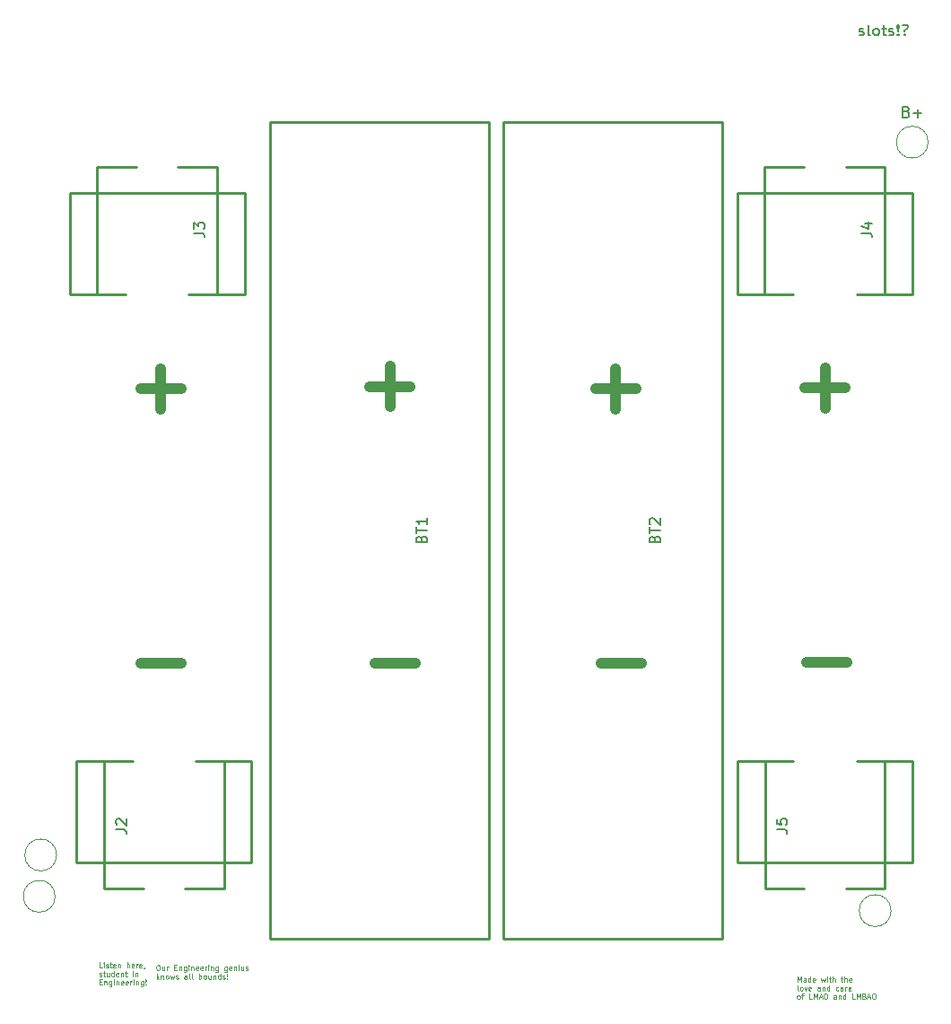
<source format=gbr>
%TF.GenerationSoftware,KiCad,Pcbnew,9.0.0*%
%TF.CreationDate,2025-03-28T16:48:42-07:00*%
%TF.ProjectId,battery_pack_v1,62617474-6572-4795-9f70-61636b5f7631,rev?*%
%TF.SameCoordinates,Original*%
%TF.FileFunction,Legend,Top*%
%TF.FilePolarity,Positive*%
%FSLAX46Y46*%
G04 Gerber Fmt 4.6, Leading zero omitted, Abs format (unit mm)*
G04 Created by KiCad (PCBNEW 9.0.0) date 2025-03-28 16:48:42*
%MOMM*%
%LPD*%
G01*
G04 APERTURE LIST*
%ADD10C,1.000000*%
%ADD11C,0.150000*%
%ADD12C,0.125000*%
%ADD13C,0.250000*%
%ADD14C,0.120000*%
%ADD15C,5.000000*%
%ADD16C,1.850000*%
%ADD17R,3.500000X5.000000*%
%ADD18R,5.500000X5.000000*%
%ADD19C,2.000000*%
%ADD20C,3.300000*%
%ADD21C,2.400000*%
%ADD22O,3.500000X2.500000*%
G04 APERTURE END LIST*
D10*
X122448370Y-76031333D02*
X126257894Y-76031333D01*
X124353132Y-77936095D02*
X124353132Y-74126571D01*
X165848370Y-101931333D02*
X169657894Y-101931333D01*
X165348370Y-76031333D02*
X169157894Y-76031333D01*
X167253132Y-77936095D02*
X167253132Y-74126571D01*
X122448370Y-101931333D02*
X126257894Y-101931333D01*
D11*
X190249160Y-42632200D02*
X190344398Y-42679819D01*
X190344398Y-42679819D02*
X190534874Y-42679819D01*
X190534874Y-42679819D02*
X190630112Y-42632200D01*
X190630112Y-42632200D02*
X190677731Y-42536961D01*
X190677731Y-42536961D02*
X190677731Y-42489342D01*
X190677731Y-42489342D02*
X190630112Y-42394104D01*
X190630112Y-42394104D02*
X190534874Y-42346485D01*
X190534874Y-42346485D02*
X190392017Y-42346485D01*
X190392017Y-42346485D02*
X190296779Y-42298866D01*
X190296779Y-42298866D02*
X190249160Y-42203628D01*
X190249160Y-42203628D02*
X190249160Y-42156009D01*
X190249160Y-42156009D02*
X190296779Y-42060771D01*
X190296779Y-42060771D02*
X190392017Y-42013152D01*
X190392017Y-42013152D02*
X190534874Y-42013152D01*
X190534874Y-42013152D02*
X190630112Y-42060771D01*
X191249160Y-42679819D02*
X191153922Y-42632200D01*
X191153922Y-42632200D02*
X191106303Y-42536961D01*
X191106303Y-42536961D02*
X191106303Y-41679819D01*
X191772970Y-42679819D02*
X191677732Y-42632200D01*
X191677732Y-42632200D02*
X191630113Y-42584580D01*
X191630113Y-42584580D02*
X191582494Y-42489342D01*
X191582494Y-42489342D02*
X191582494Y-42203628D01*
X191582494Y-42203628D02*
X191630113Y-42108390D01*
X191630113Y-42108390D02*
X191677732Y-42060771D01*
X191677732Y-42060771D02*
X191772970Y-42013152D01*
X191772970Y-42013152D02*
X191915827Y-42013152D01*
X191915827Y-42013152D02*
X192011065Y-42060771D01*
X192011065Y-42060771D02*
X192058684Y-42108390D01*
X192058684Y-42108390D02*
X192106303Y-42203628D01*
X192106303Y-42203628D02*
X192106303Y-42489342D01*
X192106303Y-42489342D02*
X192058684Y-42584580D01*
X192058684Y-42584580D02*
X192011065Y-42632200D01*
X192011065Y-42632200D02*
X191915827Y-42679819D01*
X191915827Y-42679819D02*
X191772970Y-42679819D01*
X192392018Y-42013152D02*
X192772970Y-42013152D01*
X192534875Y-41679819D02*
X192534875Y-42536961D01*
X192534875Y-42536961D02*
X192582494Y-42632200D01*
X192582494Y-42632200D02*
X192677732Y-42679819D01*
X192677732Y-42679819D02*
X192772970Y-42679819D01*
X193058685Y-42632200D02*
X193153923Y-42679819D01*
X193153923Y-42679819D02*
X193344399Y-42679819D01*
X193344399Y-42679819D02*
X193439637Y-42632200D01*
X193439637Y-42632200D02*
X193487256Y-42536961D01*
X193487256Y-42536961D02*
X193487256Y-42489342D01*
X193487256Y-42489342D02*
X193439637Y-42394104D01*
X193439637Y-42394104D02*
X193344399Y-42346485D01*
X193344399Y-42346485D02*
X193201542Y-42346485D01*
X193201542Y-42346485D02*
X193106304Y-42298866D01*
X193106304Y-42298866D02*
X193058685Y-42203628D01*
X193058685Y-42203628D02*
X193058685Y-42156009D01*
X193058685Y-42156009D02*
X193106304Y-42060771D01*
X193106304Y-42060771D02*
X193201542Y-42013152D01*
X193201542Y-42013152D02*
X193344399Y-42013152D01*
X193344399Y-42013152D02*
X193439637Y-42060771D01*
X193915828Y-42584580D02*
X193963447Y-42632200D01*
X193963447Y-42632200D02*
X193915828Y-42679819D01*
X193915828Y-42679819D02*
X193868209Y-42632200D01*
X193868209Y-42632200D02*
X193915828Y-42584580D01*
X193915828Y-42584580D02*
X193915828Y-42679819D01*
X193915828Y-42298866D02*
X193868209Y-41727438D01*
X193868209Y-41727438D02*
X193915828Y-41679819D01*
X193915828Y-41679819D02*
X193963447Y-41727438D01*
X193963447Y-41727438D02*
X193915828Y-42298866D01*
X193915828Y-42298866D02*
X193915828Y-41679819D01*
X194534875Y-42584580D02*
X194582494Y-42632200D01*
X194582494Y-42632200D02*
X194534875Y-42679819D01*
X194534875Y-42679819D02*
X194487256Y-42632200D01*
X194487256Y-42632200D02*
X194534875Y-42584580D01*
X194534875Y-42584580D02*
X194534875Y-42679819D01*
X194344399Y-41727438D02*
X194439637Y-41679819D01*
X194439637Y-41679819D02*
X194677732Y-41679819D01*
X194677732Y-41679819D02*
X194772970Y-41727438D01*
X194772970Y-41727438D02*
X194820589Y-41822676D01*
X194820589Y-41822676D02*
X194820589Y-41917914D01*
X194820589Y-41917914D02*
X194772970Y-42013152D01*
X194772970Y-42013152D02*
X194725351Y-42060771D01*
X194725351Y-42060771D02*
X194630113Y-42108390D01*
X194630113Y-42108390D02*
X194582494Y-42156009D01*
X194582494Y-42156009D02*
X194534875Y-42251247D01*
X194534875Y-42251247D02*
X194534875Y-42298866D01*
D12*
X118789378Y-130642365D02*
X118551283Y-130642365D01*
X118551283Y-130642365D02*
X118551283Y-130142365D01*
X118956045Y-130642365D02*
X118956045Y-130309032D01*
X118956045Y-130142365D02*
X118932236Y-130166175D01*
X118932236Y-130166175D02*
X118956045Y-130189984D01*
X118956045Y-130189984D02*
X118979855Y-130166175D01*
X118979855Y-130166175D02*
X118956045Y-130142365D01*
X118956045Y-130142365D02*
X118956045Y-130189984D01*
X119170331Y-130618556D02*
X119217950Y-130642365D01*
X119217950Y-130642365D02*
X119313188Y-130642365D01*
X119313188Y-130642365D02*
X119360807Y-130618556D01*
X119360807Y-130618556D02*
X119384616Y-130570936D01*
X119384616Y-130570936D02*
X119384616Y-130547127D01*
X119384616Y-130547127D02*
X119360807Y-130499508D01*
X119360807Y-130499508D02*
X119313188Y-130475698D01*
X119313188Y-130475698D02*
X119241759Y-130475698D01*
X119241759Y-130475698D02*
X119194140Y-130451889D01*
X119194140Y-130451889D02*
X119170331Y-130404270D01*
X119170331Y-130404270D02*
X119170331Y-130380460D01*
X119170331Y-130380460D02*
X119194140Y-130332841D01*
X119194140Y-130332841D02*
X119241759Y-130309032D01*
X119241759Y-130309032D02*
X119313188Y-130309032D01*
X119313188Y-130309032D02*
X119360807Y-130332841D01*
X119527474Y-130309032D02*
X119717950Y-130309032D01*
X119598902Y-130142365D02*
X119598902Y-130570936D01*
X119598902Y-130570936D02*
X119622712Y-130618556D01*
X119622712Y-130618556D02*
X119670331Y-130642365D01*
X119670331Y-130642365D02*
X119717950Y-130642365D01*
X120075092Y-130618556D02*
X120027473Y-130642365D01*
X120027473Y-130642365D02*
X119932235Y-130642365D01*
X119932235Y-130642365D02*
X119884616Y-130618556D01*
X119884616Y-130618556D02*
X119860807Y-130570936D01*
X119860807Y-130570936D02*
X119860807Y-130380460D01*
X119860807Y-130380460D02*
X119884616Y-130332841D01*
X119884616Y-130332841D02*
X119932235Y-130309032D01*
X119932235Y-130309032D02*
X120027473Y-130309032D01*
X120027473Y-130309032D02*
X120075092Y-130332841D01*
X120075092Y-130332841D02*
X120098902Y-130380460D01*
X120098902Y-130380460D02*
X120098902Y-130428079D01*
X120098902Y-130428079D02*
X119860807Y-130475698D01*
X120313187Y-130309032D02*
X120313187Y-130642365D01*
X120313187Y-130356651D02*
X120336997Y-130332841D01*
X120336997Y-130332841D02*
X120384616Y-130309032D01*
X120384616Y-130309032D02*
X120456044Y-130309032D01*
X120456044Y-130309032D02*
X120503663Y-130332841D01*
X120503663Y-130332841D02*
X120527473Y-130380460D01*
X120527473Y-130380460D02*
X120527473Y-130642365D01*
X121146520Y-130642365D02*
X121146520Y-130142365D01*
X121360806Y-130642365D02*
X121360806Y-130380460D01*
X121360806Y-130380460D02*
X121336996Y-130332841D01*
X121336996Y-130332841D02*
X121289377Y-130309032D01*
X121289377Y-130309032D02*
X121217949Y-130309032D01*
X121217949Y-130309032D02*
X121170330Y-130332841D01*
X121170330Y-130332841D02*
X121146520Y-130356651D01*
X121789377Y-130618556D02*
X121741758Y-130642365D01*
X121741758Y-130642365D02*
X121646520Y-130642365D01*
X121646520Y-130642365D02*
X121598901Y-130618556D01*
X121598901Y-130618556D02*
X121575092Y-130570936D01*
X121575092Y-130570936D02*
X121575092Y-130380460D01*
X121575092Y-130380460D02*
X121598901Y-130332841D01*
X121598901Y-130332841D02*
X121646520Y-130309032D01*
X121646520Y-130309032D02*
X121741758Y-130309032D01*
X121741758Y-130309032D02*
X121789377Y-130332841D01*
X121789377Y-130332841D02*
X121813187Y-130380460D01*
X121813187Y-130380460D02*
X121813187Y-130428079D01*
X121813187Y-130428079D02*
X121575092Y-130475698D01*
X122027472Y-130642365D02*
X122027472Y-130309032D01*
X122027472Y-130404270D02*
X122051282Y-130356651D01*
X122051282Y-130356651D02*
X122075091Y-130332841D01*
X122075091Y-130332841D02*
X122122710Y-130309032D01*
X122122710Y-130309032D02*
X122170329Y-130309032D01*
X122527472Y-130618556D02*
X122479853Y-130642365D01*
X122479853Y-130642365D02*
X122384615Y-130642365D01*
X122384615Y-130642365D02*
X122336996Y-130618556D01*
X122336996Y-130618556D02*
X122313187Y-130570936D01*
X122313187Y-130570936D02*
X122313187Y-130380460D01*
X122313187Y-130380460D02*
X122336996Y-130332841D01*
X122336996Y-130332841D02*
X122384615Y-130309032D01*
X122384615Y-130309032D02*
X122479853Y-130309032D01*
X122479853Y-130309032D02*
X122527472Y-130332841D01*
X122527472Y-130332841D02*
X122551282Y-130380460D01*
X122551282Y-130380460D02*
X122551282Y-130428079D01*
X122551282Y-130428079D02*
X122313187Y-130475698D01*
X122789377Y-130618556D02*
X122789377Y-130642365D01*
X122789377Y-130642365D02*
X122765567Y-130689984D01*
X122765567Y-130689984D02*
X122741758Y-130713794D01*
X118527474Y-131423528D02*
X118575093Y-131447337D01*
X118575093Y-131447337D02*
X118670331Y-131447337D01*
X118670331Y-131447337D02*
X118717950Y-131423528D01*
X118717950Y-131423528D02*
X118741759Y-131375908D01*
X118741759Y-131375908D02*
X118741759Y-131352099D01*
X118741759Y-131352099D02*
X118717950Y-131304480D01*
X118717950Y-131304480D02*
X118670331Y-131280670D01*
X118670331Y-131280670D02*
X118598902Y-131280670D01*
X118598902Y-131280670D02*
X118551283Y-131256861D01*
X118551283Y-131256861D02*
X118527474Y-131209242D01*
X118527474Y-131209242D02*
X118527474Y-131185432D01*
X118527474Y-131185432D02*
X118551283Y-131137813D01*
X118551283Y-131137813D02*
X118598902Y-131114004D01*
X118598902Y-131114004D02*
X118670331Y-131114004D01*
X118670331Y-131114004D02*
X118717950Y-131137813D01*
X118884617Y-131114004D02*
X119075093Y-131114004D01*
X118956045Y-130947337D02*
X118956045Y-131375908D01*
X118956045Y-131375908D02*
X118979855Y-131423528D01*
X118979855Y-131423528D02*
X119027474Y-131447337D01*
X119027474Y-131447337D02*
X119075093Y-131447337D01*
X119456045Y-131114004D02*
X119456045Y-131447337D01*
X119241759Y-131114004D02*
X119241759Y-131375908D01*
X119241759Y-131375908D02*
X119265569Y-131423528D01*
X119265569Y-131423528D02*
X119313188Y-131447337D01*
X119313188Y-131447337D02*
X119384616Y-131447337D01*
X119384616Y-131447337D02*
X119432235Y-131423528D01*
X119432235Y-131423528D02*
X119456045Y-131399718D01*
X119908426Y-131447337D02*
X119908426Y-130947337D01*
X119908426Y-131423528D02*
X119860807Y-131447337D01*
X119860807Y-131447337D02*
X119765569Y-131447337D01*
X119765569Y-131447337D02*
X119717950Y-131423528D01*
X119717950Y-131423528D02*
X119694140Y-131399718D01*
X119694140Y-131399718D02*
X119670331Y-131352099D01*
X119670331Y-131352099D02*
X119670331Y-131209242D01*
X119670331Y-131209242D02*
X119694140Y-131161623D01*
X119694140Y-131161623D02*
X119717950Y-131137813D01*
X119717950Y-131137813D02*
X119765569Y-131114004D01*
X119765569Y-131114004D02*
X119860807Y-131114004D01*
X119860807Y-131114004D02*
X119908426Y-131137813D01*
X120336997Y-131423528D02*
X120289378Y-131447337D01*
X120289378Y-131447337D02*
X120194140Y-131447337D01*
X120194140Y-131447337D02*
X120146521Y-131423528D01*
X120146521Y-131423528D02*
X120122712Y-131375908D01*
X120122712Y-131375908D02*
X120122712Y-131185432D01*
X120122712Y-131185432D02*
X120146521Y-131137813D01*
X120146521Y-131137813D02*
X120194140Y-131114004D01*
X120194140Y-131114004D02*
X120289378Y-131114004D01*
X120289378Y-131114004D02*
X120336997Y-131137813D01*
X120336997Y-131137813D02*
X120360807Y-131185432D01*
X120360807Y-131185432D02*
X120360807Y-131233051D01*
X120360807Y-131233051D02*
X120122712Y-131280670D01*
X120575092Y-131114004D02*
X120575092Y-131447337D01*
X120575092Y-131161623D02*
X120598902Y-131137813D01*
X120598902Y-131137813D02*
X120646521Y-131114004D01*
X120646521Y-131114004D02*
X120717949Y-131114004D01*
X120717949Y-131114004D02*
X120765568Y-131137813D01*
X120765568Y-131137813D02*
X120789378Y-131185432D01*
X120789378Y-131185432D02*
X120789378Y-131447337D01*
X120956045Y-131114004D02*
X121146521Y-131114004D01*
X121027473Y-130947337D02*
X121027473Y-131375908D01*
X121027473Y-131375908D02*
X121051283Y-131423528D01*
X121051283Y-131423528D02*
X121098902Y-131447337D01*
X121098902Y-131447337D02*
X121146521Y-131447337D01*
X121694139Y-131447337D02*
X121694139Y-131114004D01*
X121694139Y-130947337D02*
X121670330Y-130971147D01*
X121670330Y-130971147D02*
X121694139Y-130994956D01*
X121694139Y-130994956D02*
X121717949Y-130971147D01*
X121717949Y-130971147D02*
X121694139Y-130947337D01*
X121694139Y-130947337D02*
X121694139Y-130994956D01*
X121932234Y-131114004D02*
X121932234Y-131447337D01*
X121932234Y-131161623D02*
X121956044Y-131137813D01*
X121956044Y-131137813D02*
X122003663Y-131114004D01*
X122003663Y-131114004D02*
X122075091Y-131114004D01*
X122075091Y-131114004D02*
X122122710Y-131137813D01*
X122122710Y-131137813D02*
X122146520Y-131185432D01*
X122146520Y-131185432D02*
X122146520Y-131447337D01*
X118551283Y-131990404D02*
X118717950Y-131990404D01*
X118789378Y-132252309D02*
X118551283Y-132252309D01*
X118551283Y-132252309D02*
X118551283Y-131752309D01*
X118551283Y-131752309D02*
X118789378Y-131752309D01*
X119003664Y-131918976D02*
X119003664Y-132252309D01*
X119003664Y-131966595D02*
X119027474Y-131942785D01*
X119027474Y-131942785D02*
X119075093Y-131918976D01*
X119075093Y-131918976D02*
X119146521Y-131918976D01*
X119146521Y-131918976D02*
X119194140Y-131942785D01*
X119194140Y-131942785D02*
X119217950Y-131990404D01*
X119217950Y-131990404D02*
X119217950Y-132252309D01*
X119670331Y-131918976D02*
X119670331Y-132323738D01*
X119670331Y-132323738D02*
X119646521Y-132371357D01*
X119646521Y-132371357D02*
X119622712Y-132395166D01*
X119622712Y-132395166D02*
X119575093Y-132418976D01*
X119575093Y-132418976D02*
X119503664Y-132418976D01*
X119503664Y-132418976D02*
X119456045Y-132395166D01*
X119670331Y-132228500D02*
X119622712Y-132252309D01*
X119622712Y-132252309D02*
X119527474Y-132252309D01*
X119527474Y-132252309D02*
X119479855Y-132228500D01*
X119479855Y-132228500D02*
X119456045Y-132204690D01*
X119456045Y-132204690D02*
X119432236Y-132157071D01*
X119432236Y-132157071D02*
X119432236Y-132014214D01*
X119432236Y-132014214D02*
X119456045Y-131966595D01*
X119456045Y-131966595D02*
X119479855Y-131942785D01*
X119479855Y-131942785D02*
X119527474Y-131918976D01*
X119527474Y-131918976D02*
X119622712Y-131918976D01*
X119622712Y-131918976D02*
X119670331Y-131942785D01*
X119908426Y-132252309D02*
X119908426Y-131918976D01*
X119908426Y-131752309D02*
X119884617Y-131776119D01*
X119884617Y-131776119D02*
X119908426Y-131799928D01*
X119908426Y-131799928D02*
X119932236Y-131776119D01*
X119932236Y-131776119D02*
X119908426Y-131752309D01*
X119908426Y-131752309D02*
X119908426Y-131799928D01*
X120146521Y-131918976D02*
X120146521Y-132252309D01*
X120146521Y-131966595D02*
X120170331Y-131942785D01*
X120170331Y-131942785D02*
X120217950Y-131918976D01*
X120217950Y-131918976D02*
X120289378Y-131918976D01*
X120289378Y-131918976D02*
X120336997Y-131942785D01*
X120336997Y-131942785D02*
X120360807Y-131990404D01*
X120360807Y-131990404D02*
X120360807Y-132252309D01*
X120789378Y-132228500D02*
X120741759Y-132252309D01*
X120741759Y-132252309D02*
X120646521Y-132252309D01*
X120646521Y-132252309D02*
X120598902Y-132228500D01*
X120598902Y-132228500D02*
X120575093Y-132180880D01*
X120575093Y-132180880D02*
X120575093Y-131990404D01*
X120575093Y-131990404D02*
X120598902Y-131942785D01*
X120598902Y-131942785D02*
X120646521Y-131918976D01*
X120646521Y-131918976D02*
X120741759Y-131918976D01*
X120741759Y-131918976D02*
X120789378Y-131942785D01*
X120789378Y-131942785D02*
X120813188Y-131990404D01*
X120813188Y-131990404D02*
X120813188Y-132038023D01*
X120813188Y-132038023D02*
X120575093Y-132085642D01*
X121217949Y-132228500D02*
X121170330Y-132252309D01*
X121170330Y-132252309D02*
X121075092Y-132252309D01*
X121075092Y-132252309D02*
X121027473Y-132228500D01*
X121027473Y-132228500D02*
X121003664Y-132180880D01*
X121003664Y-132180880D02*
X121003664Y-131990404D01*
X121003664Y-131990404D02*
X121027473Y-131942785D01*
X121027473Y-131942785D02*
X121075092Y-131918976D01*
X121075092Y-131918976D02*
X121170330Y-131918976D01*
X121170330Y-131918976D02*
X121217949Y-131942785D01*
X121217949Y-131942785D02*
X121241759Y-131990404D01*
X121241759Y-131990404D02*
X121241759Y-132038023D01*
X121241759Y-132038023D02*
X121003664Y-132085642D01*
X121456044Y-132252309D02*
X121456044Y-131918976D01*
X121456044Y-132014214D02*
X121479854Y-131966595D01*
X121479854Y-131966595D02*
X121503663Y-131942785D01*
X121503663Y-131942785D02*
X121551282Y-131918976D01*
X121551282Y-131918976D02*
X121598901Y-131918976D01*
X121765568Y-132252309D02*
X121765568Y-131918976D01*
X121765568Y-131752309D02*
X121741759Y-131776119D01*
X121741759Y-131776119D02*
X121765568Y-131799928D01*
X121765568Y-131799928D02*
X121789378Y-131776119D01*
X121789378Y-131776119D02*
X121765568Y-131752309D01*
X121765568Y-131752309D02*
X121765568Y-131799928D01*
X122003663Y-131918976D02*
X122003663Y-132252309D01*
X122003663Y-131966595D02*
X122027473Y-131942785D01*
X122027473Y-131942785D02*
X122075092Y-131918976D01*
X122075092Y-131918976D02*
X122146520Y-131918976D01*
X122146520Y-131918976D02*
X122194139Y-131942785D01*
X122194139Y-131942785D02*
X122217949Y-131990404D01*
X122217949Y-131990404D02*
X122217949Y-132252309D01*
X122670330Y-131918976D02*
X122670330Y-132323738D01*
X122670330Y-132323738D02*
X122646520Y-132371357D01*
X122646520Y-132371357D02*
X122622711Y-132395166D01*
X122622711Y-132395166D02*
X122575092Y-132418976D01*
X122575092Y-132418976D02*
X122503663Y-132418976D01*
X122503663Y-132418976D02*
X122456044Y-132395166D01*
X122670330Y-132228500D02*
X122622711Y-132252309D01*
X122622711Y-132252309D02*
X122527473Y-132252309D01*
X122527473Y-132252309D02*
X122479854Y-132228500D01*
X122479854Y-132228500D02*
X122456044Y-132204690D01*
X122456044Y-132204690D02*
X122432235Y-132157071D01*
X122432235Y-132157071D02*
X122432235Y-132014214D01*
X122432235Y-132014214D02*
X122456044Y-131966595D01*
X122456044Y-131966595D02*
X122479854Y-131942785D01*
X122479854Y-131942785D02*
X122527473Y-131918976D01*
X122527473Y-131918976D02*
X122622711Y-131918976D01*
X122622711Y-131918976D02*
X122670330Y-131942785D01*
X122908425Y-132204690D02*
X122932235Y-132228500D01*
X122932235Y-132228500D02*
X122908425Y-132252309D01*
X122908425Y-132252309D02*
X122884616Y-132228500D01*
X122884616Y-132228500D02*
X122908425Y-132204690D01*
X122908425Y-132204690D02*
X122908425Y-132252309D01*
X122908425Y-132061833D02*
X122884616Y-131776119D01*
X122884616Y-131776119D02*
X122908425Y-131752309D01*
X122908425Y-131752309D02*
X122932235Y-131776119D01*
X122932235Y-131776119D02*
X122908425Y-132061833D01*
X122908425Y-132061833D02*
X122908425Y-131752309D01*
X124046521Y-130377337D02*
X124141759Y-130377337D01*
X124141759Y-130377337D02*
X124189378Y-130401147D01*
X124189378Y-130401147D02*
X124236997Y-130448766D01*
X124236997Y-130448766D02*
X124260807Y-130544004D01*
X124260807Y-130544004D02*
X124260807Y-130710670D01*
X124260807Y-130710670D02*
X124236997Y-130805908D01*
X124236997Y-130805908D02*
X124189378Y-130853528D01*
X124189378Y-130853528D02*
X124141759Y-130877337D01*
X124141759Y-130877337D02*
X124046521Y-130877337D01*
X124046521Y-130877337D02*
X123998902Y-130853528D01*
X123998902Y-130853528D02*
X123951283Y-130805908D01*
X123951283Y-130805908D02*
X123927474Y-130710670D01*
X123927474Y-130710670D02*
X123927474Y-130544004D01*
X123927474Y-130544004D02*
X123951283Y-130448766D01*
X123951283Y-130448766D02*
X123998902Y-130401147D01*
X123998902Y-130401147D02*
X124046521Y-130377337D01*
X124689379Y-130544004D02*
X124689379Y-130877337D01*
X124475093Y-130544004D02*
X124475093Y-130805908D01*
X124475093Y-130805908D02*
X124498903Y-130853528D01*
X124498903Y-130853528D02*
X124546522Y-130877337D01*
X124546522Y-130877337D02*
X124617950Y-130877337D01*
X124617950Y-130877337D02*
X124665569Y-130853528D01*
X124665569Y-130853528D02*
X124689379Y-130829718D01*
X124927474Y-130877337D02*
X124927474Y-130544004D01*
X124927474Y-130639242D02*
X124951284Y-130591623D01*
X124951284Y-130591623D02*
X124975093Y-130567813D01*
X124975093Y-130567813D02*
X125022712Y-130544004D01*
X125022712Y-130544004D02*
X125070331Y-130544004D01*
X125617950Y-130615432D02*
X125784617Y-130615432D01*
X125856045Y-130877337D02*
X125617950Y-130877337D01*
X125617950Y-130877337D02*
X125617950Y-130377337D01*
X125617950Y-130377337D02*
X125856045Y-130377337D01*
X126070331Y-130544004D02*
X126070331Y-130877337D01*
X126070331Y-130591623D02*
X126094141Y-130567813D01*
X126094141Y-130567813D02*
X126141760Y-130544004D01*
X126141760Y-130544004D02*
X126213188Y-130544004D01*
X126213188Y-130544004D02*
X126260807Y-130567813D01*
X126260807Y-130567813D02*
X126284617Y-130615432D01*
X126284617Y-130615432D02*
X126284617Y-130877337D01*
X126736998Y-130544004D02*
X126736998Y-130948766D01*
X126736998Y-130948766D02*
X126713188Y-130996385D01*
X126713188Y-130996385D02*
X126689379Y-131020194D01*
X126689379Y-131020194D02*
X126641760Y-131044004D01*
X126641760Y-131044004D02*
X126570331Y-131044004D01*
X126570331Y-131044004D02*
X126522712Y-131020194D01*
X126736998Y-130853528D02*
X126689379Y-130877337D01*
X126689379Y-130877337D02*
X126594141Y-130877337D01*
X126594141Y-130877337D02*
X126546522Y-130853528D01*
X126546522Y-130853528D02*
X126522712Y-130829718D01*
X126522712Y-130829718D02*
X126498903Y-130782099D01*
X126498903Y-130782099D02*
X126498903Y-130639242D01*
X126498903Y-130639242D02*
X126522712Y-130591623D01*
X126522712Y-130591623D02*
X126546522Y-130567813D01*
X126546522Y-130567813D02*
X126594141Y-130544004D01*
X126594141Y-130544004D02*
X126689379Y-130544004D01*
X126689379Y-130544004D02*
X126736998Y-130567813D01*
X126975093Y-130877337D02*
X126975093Y-130544004D01*
X126975093Y-130377337D02*
X126951284Y-130401147D01*
X126951284Y-130401147D02*
X126975093Y-130424956D01*
X126975093Y-130424956D02*
X126998903Y-130401147D01*
X126998903Y-130401147D02*
X126975093Y-130377337D01*
X126975093Y-130377337D02*
X126975093Y-130424956D01*
X127213188Y-130544004D02*
X127213188Y-130877337D01*
X127213188Y-130591623D02*
X127236998Y-130567813D01*
X127236998Y-130567813D02*
X127284617Y-130544004D01*
X127284617Y-130544004D02*
X127356045Y-130544004D01*
X127356045Y-130544004D02*
X127403664Y-130567813D01*
X127403664Y-130567813D02*
X127427474Y-130615432D01*
X127427474Y-130615432D02*
X127427474Y-130877337D01*
X127856045Y-130853528D02*
X127808426Y-130877337D01*
X127808426Y-130877337D02*
X127713188Y-130877337D01*
X127713188Y-130877337D02*
X127665569Y-130853528D01*
X127665569Y-130853528D02*
X127641760Y-130805908D01*
X127641760Y-130805908D02*
X127641760Y-130615432D01*
X127641760Y-130615432D02*
X127665569Y-130567813D01*
X127665569Y-130567813D02*
X127713188Y-130544004D01*
X127713188Y-130544004D02*
X127808426Y-130544004D01*
X127808426Y-130544004D02*
X127856045Y-130567813D01*
X127856045Y-130567813D02*
X127879855Y-130615432D01*
X127879855Y-130615432D02*
X127879855Y-130663051D01*
X127879855Y-130663051D02*
X127641760Y-130710670D01*
X128284616Y-130853528D02*
X128236997Y-130877337D01*
X128236997Y-130877337D02*
X128141759Y-130877337D01*
X128141759Y-130877337D02*
X128094140Y-130853528D01*
X128094140Y-130853528D02*
X128070331Y-130805908D01*
X128070331Y-130805908D02*
X128070331Y-130615432D01*
X128070331Y-130615432D02*
X128094140Y-130567813D01*
X128094140Y-130567813D02*
X128141759Y-130544004D01*
X128141759Y-130544004D02*
X128236997Y-130544004D01*
X128236997Y-130544004D02*
X128284616Y-130567813D01*
X128284616Y-130567813D02*
X128308426Y-130615432D01*
X128308426Y-130615432D02*
X128308426Y-130663051D01*
X128308426Y-130663051D02*
X128070331Y-130710670D01*
X128522711Y-130877337D02*
X128522711Y-130544004D01*
X128522711Y-130639242D02*
X128546521Y-130591623D01*
X128546521Y-130591623D02*
X128570330Y-130567813D01*
X128570330Y-130567813D02*
X128617949Y-130544004D01*
X128617949Y-130544004D02*
X128665568Y-130544004D01*
X128832235Y-130877337D02*
X128832235Y-130544004D01*
X128832235Y-130377337D02*
X128808426Y-130401147D01*
X128808426Y-130401147D02*
X128832235Y-130424956D01*
X128832235Y-130424956D02*
X128856045Y-130401147D01*
X128856045Y-130401147D02*
X128832235Y-130377337D01*
X128832235Y-130377337D02*
X128832235Y-130424956D01*
X129070330Y-130544004D02*
X129070330Y-130877337D01*
X129070330Y-130591623D02*
X129094140Y-130567813D01*
X129094140Y-130567813D02*
X129141759Y-130544004D01*
X129141759Y-130544004D02*
X129213187Y-130544004D01*
X129213187Y-130544004D02*
X129260806Y-130567813D01*
X129260806Y-130567813D02*
X129284616Y-130615432D01*
X129284616Y-130615432D02*
X129284616Y-130877337D01*
X129736997Y-130544004D02*
X129736997Y-130948766D01*
X129736997Y-130948766D02*
X129713187Y-130996385D01*
X129713187Y-130996385D02*
X129689378Y-131020194D01*
X129689378Y-131020194D02*
X129641759Y-131044004D01*
X129641759Y-131044004D02*
X129570330Y-131044004D01*
X129570330Y-131044004D02*
X129522711Y-131020194D01*
X129736997Y-130853528D02*
X129689378Y-130877337D01*
X129689378Y-130877337D02*
X129594140Y-130877337D01*
X129594140Y-130877337D02*
X129546521Y-130853528D01*
X129546521Y-130853528D02*
X129522711Y-130829718D01*
X129522711Y-130829718D02*
X129498902Y-130782099D01*
X129498902Y-130782099D02*
X129498902Y-130639242D01*
X129498902Y-130639242D02*
X129522711Y-130591623D01*
X129522711Y-130591623D02*
X129546521Y-130567813D01*
X129546521Y-130567813D02*
X129594140Y-130544004D01*
X129594140Y-130544004D02*
X129689378Y-130544004D01*
X129689378Y-130544004D02*
X129736997Y-130567813D01*
X130570330Y-130544004D02*
X130570330Y-130948766D01*
X130570330Y-130948766D02*
X130546520Y-130996385D01*
X130546520Y-130996385D02*
X130522711Y-131020194D01*
X130522711Y-131020194D02*
X130475092Y-131044004D01*
X130475092Y-131044004D02*
X130403663Y-131044004D01*
X130403663Y-131044004D02*
X130356044Y-131020194D01*
X130570330Y-130853528D02*
X130522711Y-130877337D01*
X130522711Y-130877337D02*
X130427473Y-130877337D01*
X130427473Y-130877337D02*
X130379854Y-130853528D01*
X130379854Y-130853528D02*
X130356044Y-130829718D01*
X130356044Y-130829718D02*
X130332235Y-130782099D01*
X130332235Y-130782099D02*
X130332235Y-130639242D01*
X130332235Y-130639242D02*
X130356044Y-130591623D01*
X130356044Y-130591623D02*
X130379854Y-130567813D01*
X130379854Y-130567813D02*
X130427473Y-130544004D01*
X130427473Y-130544004D02*
X130522711Y-130544004D01*
X130522711Y-130544004D02*
X130570330Y-130567813D01*
X130998901Y-130853528D02*
X130951282Y-130877337D01*
X130951282Y-130877337D02*
X130856044Y-130877337D01*
X130856044Y-130877337D02*
X130808425Y-130853528D01*
X130808425Y-130853528D02*
X130784616Y-130805908D01*
X130784616Y-130805908D02*
X130784616Y-130615432D01*
X130784616Y-130615432D02*
X130808425Y-130567813D01*
X130808425Y-130567813D02*
X130856044Y-130544004D01*
X130856044Y-130544004D02*
X130951282Y-130544004D01*
X130951282Y-130544004D02*
X130998901Y-130567813D01*
X130998901Y-130567813D02*
X131022711Y-130615432D01*
X131022711Y-130615432D02*
X131022711Y-130663051D01*
X131022711Y-130663051D02*
X130784616Y-130710670D01*
X131236996Y-130544004D02*
X131236996Y-130877337D01*
X131236996Y-130591623D02*
X131260806Y-130567813D01*
X131260806Y-130567813D02*
X131308425Y-130544004D01*
X131308425Y-130544004D02*
X131379853Y-130544004D01*
X131379853Y-130544004D02*
X131427472Y-130567813D01*
X131427472Y-130567813D02*
X131451282Y-130615432D01*
X131451282Y-130615432D02*
X131451282Y-130877337D01*
X131689377Y-130877337D02*
X131689377Y-130544004D01*
X131689377Y-130377337D02*
X131665568Y-130401147D01*
X131665568Y-130401147D02*
X131689377Y-130424956D01*
X131689377Y-130424956D02*
X131713187Y-130401147D01*
X131713187Y-130401147D02*
X131689377Y-130377337D01*
X131689377Y-130377337D02*
X131689377Y-130424956D01*
X132141758Y-130544004D02*
X132141758Y-130877337D01*
X131927472Y-130544004D02*
X131927472Y-130805908D01*
X131927472Y-130805908D02*
X131951282Y-130853528D01*
X131951282Y-130853528D02*
X131998901Y-130877337D01*
X131998901Y-130877337D02*
X132070329Y-130877337D01*
X132070329Y-130877337D02*
X132117948Y-130853528D01*
X132117948Y-130853528D02*
X132141758Y-130829718D01*
X132356044Y-130853528D02*
X132403663Y-130877337D01*
X132403663Y-130877337D02*
X132498901Y-130877337D01*
X132498901Y-130877337D02*
X132546520Y-130853528D01*
X132546520Y-130853528D02*
X132570329Y-130805908D01*
X132570329Y-130805908D02*
X132570329Y-130782099D01*
X132570329Y-130782099D02*
X132546520Y-130734480D01*
X132546520Y-130734480D02*
X132498901Y-130710670D01*
X132498901Y-130710670D02*
X132427472Y-130710670D01*
X132427472Y-130710670D02*
X132379853Y-130686861D01*
X132379853Y-130686861D02*
X132356044Y-130639242D01*
X132356044Y-130639242D02*
X132356044Y-130615432D01*
X132356044Y-130615432D02*
X132379853Y-130567813D01*
X132379853Y-130567813D02*
X132427472Y-130544004D01*
X132427472Y-130544004D02*
X132498901Y-130544004D01*
X132498901Y-130544004D02*
X132546520Y-130567813D01*
X123951283Y-131682309D02*
X123951283Y-131182309D01*
X123998902Y-131491833D02*
X124141759Y-131682309D01*
X124141759Y-131348976D02*
X123951283Y-131539452D01*
X124356045Y-131348976D02*
X124356045Y-131682309D01*
X124356045Y-131396595D02*
X124379855Y-131372785D01*
X124379855Y-131372785D02*
X124427474Y-131348976D01*
X124427474Y-131348976D02*
X124498902Y-131348976D01*
X124498902Y-131348976D02*
X124546521Y-131372785D01*
X124546521Y-131372785D02*
X124570331Y-131420404D01*
X124570331Y-131420404D02*
X124570331Y-131682309D01*
X124879855Y-131682309D02*
X124832236Y-131658500D01*
X124832236Y-131658500D02*
X124808426Y-131634690D01*
X124808426Y-131634690D02*
X124784617Y-131587071D01*
X124784617Y-131587071D02*
X124784617Y-131444214D01*
X124784617Y-131444214D02*
X124808426Y-131396595D01*
X124808426Y-131396595D02*
X124832236Y-131372785D01*
X124832236Y-131372785D02*
X124879855Y-131348976D01*
X124879855Y-131348976D02*
X124951283Y-131348976D01*
X124951283Y-131348976D02*
X124998902Y-131372785D01*
X124998902Y-131372785D02*
X125022712Y-131396595D01*
X125022712Y-131396595D02*
X125046521Y-131444214D01*
X125046521Y-131444214D02*
X125046521Y-131587071D01*
X125046521Y-131587071D02*
X125022712Y-131634690D01*
X125022712Y-131634690D02*
X124998902Y-131658500D01*
X124998902Y-131658500D02*
X124951283Y-131682309D01*
X124951283Y-131682309D02*
X124879855Y-131682309D01*
X125213188Y-131348976D02*
X125308426Y-131682309D01*
X125308426Y-131682309D02*
X125403664Y-131444214D01*
X125403664Y-131444214D02*
X125498902Y-131682309D01*
X125498902Y-131682309D02*
X125594140Y-131348976D01*
X125760808Y-131658500D02*
X125808427Y-131682309D01*
X125808427Y-131682309D02*
X125903665Y-131682309D01*
X125903665Y-131682309D02*
X125951284Y-131658500D01*
X125951284Y-131658500D02*
X125975093Y-131610880D01*
X125975093Y-131610880D02*
X125975093Y-131587071D01*
X125975093Y-131587071D02*
X125951284Y-131539452D01*
X125951284Y-131539452D02*
X125903665Y-131515642D01*
X125903665Y-131515642D02*
X125832236Y-131515642D01*
X125832236Y-131515642D02*
X125784617Y-131491833D01*
X125784617Y-131491833D02*
X125760808Y-131444214D01*
X125760808Y-131444214D02*
X125760808Y-131420404D01*
X125760808Y-131420404D02*
X125784617Y-131372785D01*
X125784617Y-131372785D02*
X125832236Y-131348976D01*
X125832236Y-131348976D02*
X125903665Y-131348976D01*
X125903665Y-131348976D02*
X125951284Y-131372785D01*
X126784617Y-131682309D02*
X126784617Y-131420404D01*
X126784617Y-131420404D02*
X126760807Y-131372785D01*
X126760807Y-131372785D02*
X126713188Y-131348976D01*
X126713188Y-131348976D02*
X126617950Y-131348976D01*
X126617950Y-131348976D02*
X126570331Y-131372785D01*
X126784617Y-131658500D02*
X126736998Y-131682309D01*
X126736998Y-131682309D02*
X126617950Y-131682309D01*
X126617950Y-131682309D02*
X126570331Y-131658500D01*
X126570331Y-131658500D02*
X126546522Y-131610880D01*
X126546522Y-131610880D02*
X126546522Y-131563261D01*
X126546522Y-131563261D02*
X126570331Y-131515642D01*
X126570331Y-131515642D02*
X126617950Y-131491833D01*
X126617950Y-131491833D02*
X126736998Y-131491833D01*
X126736998Y-131491833D02*
X126784617Y-131468023D01*
X127094141Y-131682309D02*
X127046522Y-131658500D01*
X127046522Y-131658500D02*
X127022712Y-131610880D01*
X127022712Y-131610880D02*
X127022712Y-131182309D01*
X127356046Y-131682309D02*
X127308427Y-131658500D01*
X127308427Y-131658500D02*
X127284617Y-131610880D01*
X127284617Y-131610880D02*
X127284617Y-131182309D01*
X127927474Y-131682309D02*
X127927474Y-131182309D01*
X127927474Y-131372785D02*
X127975093Y-131348976D01*
X127975093Y-131348976D02*
X128070331Y-131348976D01*
X128070331Y-131348976D02*
X128117950Y-131372785D01*
X128117950Y-131372785D02*
X128141760Y-131396595D01*
X128141760Y-131396595D02*
X128165569Y-131444214D01*
X128165569Y-131444214D02*
X128165569Y-131587071D01*
X128165569Y-131587071D02*
X128141760Y-131634690D01*
X128141760Y-131634690D02*
X128117950Y-131658500D01*
X128117950Y-131658500D02*
X128070331Y-131682309D01*
X128070331Y-131682309D02*
X127975093Y-131682309D01*
X127975093Y-131682309D02*
X127927474Y-131658500D01*
X128451284Y-131682309D02*
X128403665Y-131658500D01*
X128403665Y-131658500D02*
X128379855Y-131634690D01*
X128379855Y-131634690D02*
X128356046Y-131587071D01*
X128356046Y-131587071D02*
X128356046Y-131444214D01*
X128356046Y-131444214D02*
X128379855Y-131396595D01*
X128379855Y-131396595D02*
X128403665Y-131372785D01*
X128403665Y-131372785D02*
X128451284Y-131348976D01*
X128451284Y-131348976D02*
X128522712Y-131348976D01*
X128522712Y-131348976D02*
X128570331Y-131372785D01*
X128570331Y-131372785D02*
X128594141Y-131396595D01*
X128594141Y-131396595D02*
X128617950Y-131444214D01*
X128617950Y-131444214D02*
X128617950Y-131587071D01*
X128617950Y-131587071D02*
X128594141Y-131634690D01*
X128594141Y-131634690D02*
X128570331Y-131658500D01*
X128570331Y-131658500D02*
X128522712Y-131682309D01*
X128522712Y-131682309D02*
X128451284Y-131682309D01*
X129046522Y-131348976D02*
X129046522Y-131682309D01*
X128832236Y-131348976D02*
X128832236Y-131610880D01*
X128832236Y-131610880D02*
X128856046Y-131658500D01*
X128856046Y-131658500D02*
X128903665Y-131682309D01*
X128903665Y-131682309D02*
X128975093Y-131682309D01*
X128975093Y-131682309D02*
X129022712Y-131658500D01*
X129022712Y-131658500D02*
X129046522Y-131634690D01*
X129284617Y-131348976D02*
X129284617Y-131682309D01*
X129284617Y-131396595D02*
X129308427Y-131372785D01*
X129308427Y-131372785D02*
X129356046Y-131348976D01*
X129356046Y-131348976D02*
X129427474Y-131348976D01*
X129427474Y-131348976D02*
X129475093Y-131372785D01*
X129475093Y-131372785D02*
X129498903Y-131420404D01*
X129498903Y-131420404D02*
X129498903Y-131682309D01*
X129951284Y-131682309D02*
X129951284Y-131182309D01*
X129951284Y-131658500D02*
X129903665Y-131682309D01*
X129903665Y-131682309D02*
X129808427Y-131682309D01*
X129808427Y-131682309D02*
X129760808Y-131658500D01*
X129760808Y-131658500D02*
X129736998Y-131634690D01*
X129736998Y-131634690D02*
X129713189Y-131587071D01*
X129713189Y-131587071D02*
X129713189Y-131444214D01*
X129713189Y-131444214D02*
X129736998Y-131396595D01*
X129736998Y-131396595D02*
X129760808Y-131372785D01*
X129760808Y-131372785D02*
X129808427Y-131348976D01*
X129808427Y-131348976D02*
X129903665Y-131348976D01*
X129903665Y-131348976D02*
X129951284Y-131372785D01*
X130165570Y-131658500D02*
X130213189Y-131682309D01*
X130213189Y-131682309D02*
X130308427Y-131682309D01*
X130308427Y-131682309D02*
X130356046Y-131658500D01*
X130356046Y-131658500D02*
X130379855Y-131610880D01*
X130379855Y-131610880D02*
X130379855Y-131587071D01*
X130379855Y-131587071D02*
X130356046Y-131539452D01*
X130356046Y-131539452D02*
X130308427Y-131515642D01*
X130308427Y-131515642D02*
X130236998Y-131515642D01*
X130236998Y-131515642D02*
X130189379Y-131491833D01*
X130189379Y-131491833D02*
X130165570Y-131444214D01*
X130165570Y-131444214D02*
X130165570Y-131420404D01*
X130165570Y-131420404D02*
X130189379Y-131372785D01*
X130189379Y-131372785D02*
X130236998Y-131348976D01*
X130236998Y-131348976D02*
X130308427Y-131348976D01*
X130308427Y-131348976D02*
X130356046Y-131372785D01*
X130594141Y-131634690D02*
X130617951Y-131658500D01*
X130617951Y-131658500D02*
X130594141Y-131682309D01*
X130594141Y-131682309D02*
X130570332Y-131658500D01*
X130570332Y-131658500D02*
X130594141Y-131634690D01*
X130594141Y-131634690D02*
X130594141Y-131682309D01*
X130594141Y-131491833D02*
X130570332Y-131206119D01*
X130570332Y-131206119D02*
X130594141Y-131182309D01*
X130594141Y-131182309D02*
X130617951Y-131206119D01*
X130617951Y-131206119D02*
X130594141Y-131491833D01*
X130594141Y-131491833D02*
X130594141Y-131182309D01*
D10*
X144548370Y-101931333D02*
X148357894Y-101931333D01*
X185148370Y-75931333D02*
X188957894Y-75931333D01*
X187053132Y-77836095D02*
X187053132Y-74026571D01*
X185248370Y-101831333D02*
X189057894Y-101831333D01*
X144048370Y-75831333D02*
X147857894Y-75831333D01*
X145953132Y-77736095D02*
X145953132Y-73926571D01*
D12*
X184411283Y-131972365D02*
X184411283Y-131472365D01*
X184411283Y-131472365D02*
X184577950Y-131829508D01*
X184577950Y-131829508D02*
X184744616Y-131472365D01*
X184744616Y-131472365D02*
X184744616Y-131972365D01*
X185196998Y-131972365D02*
X185196998Y-131710460D01*
X185196998Y-131710460D02*
X185173188Y-131662841D01*
X185173188Y-131662841D02*
X185125569Y-131639032D01*
X185125569Y-131639032D02*
X185030331Y-131639032D01*
X185030331Y-131639032D02*
X184982712Y-131662841D01*
X185196998Y-131948556D02*
X185149379Y-131972365D01*
X185149379Y-131972365D02*
X185030331Y-131972365D01*
X185030331Y-131972365D02*
X184982712Y-131948556D01*
X184982712Y-131948556D02*
X184958903Y-131900936D01*
X184958903Y-131900936D02*
X184958903Y-131853317D01*
X184958903Y-131853317D02*
X184982712Y-131805698D01*
X184982712Y-131805698D02*
X185030331Y-131781889D01*
X185030331Y-131781889D02*
X185149379Y-131781889D01*
X185149379Y-131781889D02*
X185196998Y-131758079D01*
X185649379Y-131972365D02*
X185649379Y-131472365D01*
X185649379Y-131948556D02*
X185601760Y-131972365D01*
X185601760Y-131972365D02*
X185506522Y-131972365D01*
X185506522Y-131972365D02*
X185458903Y-131948556D01*
X185458903Y-131948556D02*
X185435093Y-131924746D01*
X185435093Y-131924746D02*
X185411284Y-131877127D01*
X185411284Y-131877127D02*
X185411284Y-131734270D01*
X185411284Y-131734270D02*
X185435093Y-131686651D01*
X185435093Y-131686651D02*
X185458903Y-131662841D01*
X185458903Y-131662841D02*
X185506522Y-131639032D01*
X185506522Y-131639032D02*
X185601760Y-131639032D01*
X185601760Y-131639032D02*
X185649379Y-131662841D01*
X186077950Y-131948556D02*
X186030331Y-131972365D01*
X186030331Y-131972365D02*
X185935093Y-131972365D01*
X185935093Y-131972365D02*
X185887474Y-131948556D01*
X185887474Y-131948556D02*
X185863665Y-131900936D01*
X185863665Y-131900936D02*
X185863665Y-131710460D01*
X185863665Y-131710460D02*
X185887474Y-131662841D01*
X185887474Y-131662841D02*
X185935093Y-131639032D01*
X185935093Y-131639032D02*
X186030331Y-131639032D01*
X186030331Y-131639032D02*
X186077950Y-131662841D01*
X186077950Y-131662841D02*
X186101760Y-131710460D01*
X186101760Y-131710460D02*
X186101760Y-131758079D01*
X186101760Y-131758079D02*
X185863665Y-131805698D01*
X186649378Y-131639032D02*
X186744616Y-131972365D01*
X186744616Y-131972365D02*
X186839854Y-131734270D01*
X186839854Y-131734270D02*
X186935092Y-131972365D01*
X186935092Y-131972365D02*
X187030330Y-131639032D01*
X187220807Y-131972365D02*
X187220807Y-131639032D01*
X187220807Y-131472365D02*
X187196998Y-131496175D01*
X187196998Y-131496175D02*
X187220807Y-131519984D01*
X187220807Y-131519984D02*
X187244617Y-131496175D01*
X187244617Y-131496175D02*
X187220807Y-131472365D01*
X187220807Y-131472365D02*
X187220807Y-131519984D01*
X187387474Y-131639032D02*
X187577950Y-131639032D01*
X187458902Y-131472365D02*
X187458902Y-131900936D01*
X187458902Y-131900936D02*
X187482712Y-131948556D01*
X187482712Y-131948556D02*
X187530331Y-131972365D01*
X187530331Y-131972365D02*
X187577950Y-131972365D01*
X187744616Y-131972365D02*
X187744616Y-131472365D01*
X187958902Y-131972365D02*
X187958902Y-131710460D01*
X187958902Y-131710460D02*
X187935092Y-131662841D01*
X187935092Y-131662841D02*
X187887473Y-131639032D01*
X187887473Y-131639032D02*
X187816045Y-131639032D01*
X187816045Y-131639032D02*
X187768426Y-131662841D01*
X187768426Y-131662841D02*
X187744616Y-131686651D01*
X188506521Y-131639032D02*
X188696997Y-131639032D01*
X188577949Y-131472365D02*
X188577949Y-131900936D01*
X188577949Y-131900936D02*
X188601759Y-131948556D01*
X188601759Y-131948556D02*
X188649378Y-131972365D01*
X188649378Y-131972365D02*
X188696997Y-131972365D01*
X188863663Y-131972365D02*
X188863663Y-131472365D01*
X189077949Y-131972365D02*
X189077949Y-131710460D01*
X189077949Y-131710460D02*
X189054139Y-131662841D01*
X189054139Y-131662841D02*
X189006520Y-131639032D01*
X189006520Y-131639032D02*
X188935092Y-131639032D01*
X188935092Y-131639032D02*
X188887473Y-131662841D01*
X188887473Y-131662841D02*
X188863663Y-131686651D01*
X189506520Y-131948556D02*
X189458901Y-131972365D01*
X189458901Y-131972365D02*
X189363663Y-131972365D01*
X189363663Y-131972365D02*
X189316044Y-131948556D01*
X189316044Y-131948556D02*
X189292235Y-131900936D01*
X189292235Y-131900936D02*
X189292235Y-131710460D01*
X189292235Y-131710460D02*
X189316044Y-131662841D01*
X189316044Y-131662841D02*
X189363663Y-131639032D01*
X189363663Y-131639032D02*
X189458901Y-131639032D01*
X189458901Y-131639032D02*
X189506520Y-131662841D01*
X189506520Y-131662841D02*
X189530330Y-131710460D01*
X189530330Y-131710460D02*
X189530330Y-131758079D01*
X189530330Y-131758079D02*
X189292235Y-131805698D01*
X184482712Y-132777337D02*
X184435093Y-132753528D01*
X184435093Y-132753528D02*
X184411283Y-132705908D01*
X184411283Y-132705908D02*
X184411283Y-132277337D01*
X184744617Y-132777337D02*
X184696998Y-132753528D01*
X184696998Y-132753528D02*
X184673188Y-132729718D01*
X184673188Y-132729718D02*
X184649379Y-132682099D01*
X184649379Y-132682099D02*
X184649379Y-132539242D01*
X184649379Y-132539242D02*
X184673188Y-132491623D01*
X184673188Y-132491623D02*
X184696998Y-132467813D01*
X184696998Y-132467813D02*
X184744617Y-132444004D01*
X184744617Y-132444004D02*
X184816045Y-132444004D01*
X184816045Y-132444004D02*
X184863664Y-132467813D01*
X184863664Y-132467813D02*
X184887474Y-132491623D01*
X184887474Y-132491623D02*
X184911283Y-132539242D01*
X184911283Y-132539242D02*
X184911283Y-132682099D01*
X184911283Y-132682099D02*
X184887474Y-132729718D01*
X184887474Y-132729718D02*
X184863664Y-132753528D01*
X184863664Y-132753528D02*
X184816045Y-132777337D01*
X184816045Y-132777337D02*
X184744617Y-132777337D01*
X185077950Y-132444004D02*
X185196998Y-132777337D01*
X185196998Y-132777337D02*
X185316045Y-132444004D01*
X185696997Y-132753528D02*
X185649378Y-132777337D01*
X185649378Y-132777337D02*
X185554140Y-132777337D01*
X185554140Y-132777337D02*
X185506521Y-132753528D01*
X185506521Y-132753528D02*
X185482712Y-132705908D01*
X185482712Y-132705908D02*
X185482712Y-132515432D01*
X185482712Y-132515432D02*
X185506521Y-132467813D01*
X185506521Y-132467813D02*
X185554140Y-132444004D01*
X185554140Y-132444004D02*
X185649378Y-132444004D01*
X185649378Y-132444004D02*
X185696997Y-132467813D01*
X185696997Y-132467813D02*
X185720807Y-132515432D01*
X185720807Y-132515432D02*
X185720807Y-132563051D01*
X185720807Y-132563051D02*
X185482712Y-132610670D01*
X186530330Y-132777337D02*
X186530330Y-132515432D01*
X186530330Y-132515432D02*
X186506520Y-132467813D01*
X186506520Y-132467813D02*
X186458901Y-132444004D01*
X186458901Y-132444004D02*
X186363663Y-132444004D01*
X186363663Y-132444004D02*
X186316044Y-132467813D01*
X186530330Y-132753528D02*
X186482711Y-132777337D01*
X186482711Y-132777337D02*
X186363663Y-132777337D01*
X186363663Y-132777337D02*
X186316044Y-132753528D01*
X186316044Y-132753528D02*
X186292235Y-132705908D01*
X186292235Y-132705908D02*
X186292235Y-132658289D01*
X186292235Y-132658289D02*
X186316044Y-132610670D01*
X186316044Y-132610670D02*
X186363663Y-132586861D01*
X186363663Y-132586861D02*
X186482711Y-132586861D01*
X186482711Y-132586861D02*
X186530330Y-132563051D01*
X186768425Y-132444004D02*
X186768425Y-132777337D01*
X186768425Y-132491623D02*
X186792235Y-132467813D01*
X186792235Y-132467813D02*
X186839854Y-132444004D01*
X186839854Y-132444004D02*
X186911282Y-132444004D01*
X186911282Y-132444004D02*
X186958901Y-132467813D01*
X186958901Y-132467813D02*
X186982711Y-132515432D01*
X186982711Y-132515432D02*
X186982711Y-132777337D01*
X187435092Y-132777337D02*
X187435092Y-132277337D01*
X187435092Y-132753528D02*
X187387473Y-132777337D01*
X187387473Y-132777337D02*
X187292235Y-132777337D01*
X187292235Y-132777337D02*
X187244616Y-132753528D01*
X187244616Y-132753528D02*
X187220806Y-132729718D01*
X187220806Y-132729718D02*
X187196997Y-132682099D01*
X187196997Y-132682099D02*
X187196997Y-132539242D01*
X187196997Y-132539242D02*
X187220806Y-132491623D01*
X187220806Y-132491623D02*
X187244616Y-132467813D01*
X187244616Y-132467813D02*
X187292235Y-132444004D01*
X187292235Y-132444004D02*
X187387473Y-132444004D01*
X187387473Y-132444004D02*
X187435092Y-132467813D01*
X188268425Y-132753528D02*
X188220806Y-132777337D01*
X188220806Y-132777337D02*
X188125568Y-132777337D01*
X188125568Y-132777337D02*
X188077949Y-132753528D01*
X188077949Y-132753528D02*
X188054139Y-132729718D01*
X188054139Y-132729718D02*
X188030330Y-132682099D01*
X188030330Y-132682099D02*
X188030330Y-132539242D01*
X188030330Y-132539242D02*
X188054139Y-132491623D01*
X188054139Y-132491623D02*
X188077949Y-132467813D01*
X188077949Y-132467813D02*
X188125568Y-132444004D01*
X188125568Y-132444004D02*
X188220806Y-132444004D01*
X188220806Y-132444004D02*
X188268425Y-132467813D01*
X188696996Y-132777337D02*
X188696996Y-132515432D01*
X188696996Y-132515432D02*
X188673186Y-132467813D01*
X188673186Y-132467813D02*
X188625567Y-132444004D01*
X188625567Y-132444004D02*
X188530329Y-132444004D01*
X188530329Y-132444004D02*
X188482710Y-132467813D01*
X188696996Y-132753528D02*
X188649377Y-132777337D01*
X188649377Y-132777337D02*
X188530329Y-132777337D01*
X188530329Y-132777337D02*
X188482710Y-132753528D01*
X188482710Y-132753528D02*
X188458901Y-132705908D01*
X188458901Y-132705908D02*
X188458901Y-132658289D01*
X188458901Y-132658289D02*
X188482710Y-132610670D01*
X188482710Y-132610670D02*
X188530329Y-132586861D01*
X188530329Y-132586861D02*
X188649377Y-132586861D01*
X188649377Y-132586861D02*
X188696996Y-132563051D01*
X188935091Y-132777337D02*
X188935091Y-132444004D01*
X188935091Y-132539242D02*
X188958901Y-132491623D01*
X188958901Y-132491623D02*
X188982710Y-132467813D01*
X188982710Y-132467813D02*
X189030329Y-132444004D01*
X189030329Y-132444004D02*
X189077948Y-132444004D01*
X189435091Y-132753528D02*
X189387472Y-132777337D01*
X189387472Y-132777337D02*
X189292234Y-132777337D01*
X189292234Y-132777337D02*
X189244615Y-132753528D01*
X189244615Y-132753528D02*
X189220806Y-132705908D01*
X189220806Y-132705908D02*
X189220806Y-132515432D01*
X189220806Y-132515432D02*
X189244615Y-132467813D01*
X189244615Y-132467813D02*
X189292234Y-132444004D01*
X189292234Y-132444004D02*
X189387472Y-132444004D01*
X189387472Y-132444004D02*
X189435091Y-132467813D01*
X189435091Y-132467813D02*
X189458901Y-132515432D01*
X189458901Y-132515432D02*
X189458901Y-132563051D01*
X189458901Y-132563051D02*
X189220806Y-132610670D01*
X184482712Y-133582309D02*
X184435093Y-133558500D01*
X184435093Y-133558500D02*
X184411283Y-133534690D01*
X184411283Y-133534690D02*
X184387474Y-133487071D01*
X184387474Y-133487071D02*
X184387474Y-133344214D01*
X184387474Y-133344214D02*
X184411283Y-133296595D01*
X184411283Y-133296595D02*
X184435093Y-133272785D01*
X184435093Y-133272785D02*
X184482712Y-133248976D01*
X184482712Y-133248976D02*
X184554140Y-133248976D01*
X184554140Y-133248976D02*
X184601759Y-133272785D01*
X184601759Y-133272785D02*
X184625569Y-133296595D01*
X184625569Y-133296595D02*
X184649378Y-133344214D01*
X184649378Y-133344214D02*
X184649378Y-133487071D01*
X184649378Y-133487071D02*
X184625569Y-133534690D01*
X184625569Y-133534690D02*
X184601759Y-133558500D01*
X184601759Y-133558500D02*
X184554140Y-133582309D01*
X184554140Y-133582309D02*
X184482712Y-133582309D01*
X184792236Y-133248976D02*
X184982712Y-133248976D01*
X184863664Y-133582309D02*
X184863664Y-133153738D01*
X184863664Y-133153738D02*
X184887474Y-133106119D01*
X184887474Y-133106119D02*
X184935093Y-133082309D01*
X184935093Y-133082309D02*
X184982712Y-133082309D01*
X185768425Y-133582309D02*
X185530330Y-133582309D01*
X185530330Y-133582309D02*
X185530330Y-133082309D01*
X185935092Y-133582309D02*
X185935092Y-133082309D01*
X185935092Y-133082309D02*
X186101759Y-133439452D01*
X186101759Y-133439452D02*
X186268425Y-133082309D01*
X186268425Y-133082309D02*
X186268425Y-133582309D01*
X186482712Y-133439452D02*
X186720807Y-133439452D01*
X186435093Y-133582309D02*
X186601759Y-133082309D01*
X186601759Y-133082309D02*
X186768426Y-133582309D01*
X187030330Y-133082309D02*
X187125568Y-133082309D01*
X187125568Y-133082309D02*
X187173187Y-133106119D01*
X187173187Y-133106119D02*
X187220806Y-133153738D01*
X187220806Y-133153738D02*
X187244616Y-133248976D01*
X187244616Y-133248976D02*
X187244616Y-133415642D01*
X187244616Y-133415642D02*
X187220806Y-133510880D01*
X187220806Y-133510880D02*
X187173187Y-133558500D01*
X187173187Y-133558500D02*
X187125568Y-133582309D01*
X187125568Y-133582309D02*
X187030330Y-133582309D01*
X187030330Y-133582309D02*
X186982711Y-133558500D01*
X186982711Y-133558500D02*
X186935092Y-133510880D01*
X186935092Y-133510880D02*
X186911283Y-133415642D01*
X186911283Y-133415642D02*
X186911283Y-133248976D01*
X186911283Y-133248976D02*
X186935092Y-133153738D01*
X186935092Y-133153738D02*
X186982711Y-133106119D01*
X186982711Y-133106119D02*
X187030330Y-133082309D01*
X188054140Y-133582309D02*
X188054140Y-133320404D01*
X188054140Y-133320404D02*
X188030330Y-133272785D01*
X188030330Y-133272785D02*
X187982711Y-133248976D01*
X187982711Y-133248976D02*
X187887473Y-133248976D01*
X187887473Y-133248976D02*
X187839854Y-133272785D01*
X188054140Y-133558500D02*
X188006521Y-133582309D01*
X188006521Y-133582309D02*
X187887473Y-133582309D01*
X187887473Y-133582309D02*
X187839854Y-133558500D01*
X187839854Y-133558500D02*
X187816045Y-133510880D01*
X187816045Y-133510880D02*
X187816045Y-133463261D01*
X187816045Y-133463261D02*
X187839854Y-133415642D01*
X187839854Y-133415642D02*
X187887473Y-133391833D01*
X187887473Y-133391833D02*
X188006521Y-133391833D01*
X188006521Y-133391833D02*
X188054140Y-133368023D01*
X188292235Y-133248976D02*
X188292235Y-133582309D01*
X188292235Y-133296595D02*
X188316045Y-133272785D01*
X188316045Y-133272785D02*
X188363664Y-133248976D01*
X188363664Y-133248976D02*
X188435092Y-133248976D01*
X188435092Y-133248976D02*
X188482711Y-133272785D01*
X188482711Y-133272785D02*
X188506521Y-133320404D01*
X188506521Y-133320404D02*
X188506521Y-133582309D01*
X188958902Y-133582309D02*
X188958902Y-133082309D01*
X188958902Y-133558500D02*
X188911283Y-133582309D01*
X188911283Y-133582309D02*
X188816045Y-133582309D01*
X188816045Y-133582309D02*
X188768426Y-133558500D01*
X188768426Y-133558500D02*
X188744616Y-133534690D01*
X188744616Y-133534690D02*
X188720807Y-133487071D01*
X188720807Y-133487071D02*
X188720807Y-133344214D01*
X188720807Y-133344214D02*
X188744616Y-133296595D01*
X188744616Y-133296595D02*
X188768426Y-133272785D01*
X188768426Y-133272785D02*
X188816045Y-133248976D01*
X188816045Y-133248976D02*
X188911283Y-133248976D01*
X188911283Y-133248976D02*
X188958902Y-133272785D01*
X189816044Y-133582309D02*
X189577949Y-133582309D01*
X189577949Y-133582309D02*
X189577949Y-133082309D01*
X189982711Y-133582309D02*
X189982711Y-133082309D01*
X189982711Y-133082309D02*
X190149378Y-133439452D01*
X190149378Y-133439452D02*
X190316044Y-133082309D01*
X190316044Y-133082309D02*
X190316044Y-133582309D01*
X190720807Y-133320404D02*
X190792235Y-133344214D01*
X190792235Y-133344214D02*
X190816045Y-133368023D01*
X190816045Y-133368023D02*
X190839854Y-133415642D01*
X190839854Y-133415642D02*
X190839854Y-133487071D01*
X190839854Y-133487071D02*
X190816045Y-133534690D01*
X190816045Y-133534690D02*
X190792235Y-133558500D01*
X190792235Y-133558500D02*
X190744616Y-133582309D01*
X190744616Y-133582309D02*
X190554140Y-133582309D01*
X190554140Y-133582309D02*
X190554140Y-133082309D01*
X190554140Y-133082309D02*
X190720807Y-133082309D01*
X190720807Y-133082309D02*
X190768426Y-133106119D01*
X190768426Y-133106119D02*
X190792235Y-133129928D01*
X190792235Y-133129928D02*
X190816045Y-133177547D01*
X190816045Y-133177547D02*
X190816045Y-133225166D01*
X190816045Y-133225166D02*
X190792235Y-133272785D01*
X190792235Y-133272785D02*
X190768426Y-133296595D01*
X190768426Y-133296595D02*
X190720807Y-133320404D01*
X190720807Y-133320404D02*
X190554140Y-133320404D01*
X191030331Y-133439452D02*
X191268426Y-133439452D01*
X190982712Y-133582309D02*
X191149378Y-133082309D01*
X191149378Y-133082309D02*
X191316045Y-133582309D01*
X191577949Y-133082309D02*
X191673187Y-133082309D01*
X191673187Y-133082309D02*
X191720806Y-133106119D01*
X191720806Y-133106119D02*
X191768425Y-133153738D01*
X191768425Y-133153738D02*
X191792235Y-133248976D01*
X191792235Y-133248976D02*
X191792235Y-133415642D01*
X191792235Y-133415642D02*
X191768425Y-133510880D01*
X191768425Y-133510880D02*
X191720806Y-133558500D01*
X191720806Y-133558500D02*
X191673187Y-133582309D01*
X191673187Y-133582309D02*
X191577949Y-133582309D01*
X191577949Y-133582309D02*
X191530330Y-133558500D01*
X191530330Y-133558500D02*
X191482711Y-133510880D01*
X191482711Y-133510880D02*
X191458902Y-133415642D01*
X191458902Y-133415642D02*
X191458902Y-133248976D01*
X191458902Y-133248976D02*
X191482711Y-133153738D01*
X191482711Y-133153738D02*
X191530330Y-133106119D01*
X191530330Y-133106119D02*
X191577949Y-133082309D01*
D11*
X190454819Y-61333333D02*
X191169104Y-61333333D01*
X191169104Y-61333333D02*
X191311961Y-61380952D01*
X191311961Y-61380952D02*
X191407200Y-61476190D01*
X191407200Y-61476190D02*
X191454819Y-61619047D01*
X191454819Y-61619047D02*
X191454819Y-61714285D01*
X190788152Y-60428571D02*
X191454819Y-60428571D01*
X190407200Y-60666666D02*
X191121485Y-60904761D01*
X191121485Y-60904761D02*
X191121485Y-60285714D01*
X127454819Y-61333333D02*
X128169104Y-61333333D01*
X128169104Y-61333333D02*
X128311961Y-61380952D01*
X128311961Y-61380952D02*
X128407200Y-61476190D01*
X128407200Y-61476190D02*
X128454819Y-61619047D01*
X128454819Y-61619047D02*
X128454819Y-61714285D01*
X127454819Y-60952380D02*
X127454819Y-60333333D01*
X127454819Y-60333333D02*
X127835771Y-60666666D01*
X127835771Y-60666666D02*
X127835771Y-60523809D01*
X127835771Y-60523809D02*
X127883390Y-60428571D01*
X127883390Y-60428571D02*
X127931009Y-60380952D01*
X127931009Y-60380952D02*
X128026247Y-60333333D01*
X128026247Y-60333333D02*
X128264342Y-60333333D01*
X128264342Y-60333333D02*
X128359580Y-60380952D01*
X128359580Y-60380952D02*
X128407200Y-60428571D01*
X128407200Y-60428571D02*
X128454819Y-60523809D01*
X128454819Y-60523809D02*
X128454819Y-60809523D01*
X128454819Y-60809523D02*
X128407200Y-60904761D01*
X128407200Y-60904761D02*
X128359580Y-60952380D01*
X194702381Y-49881009D02*
X194845238Y-49928628D01*
X194845238Y-49928628D02*
X194892857Y-49976247D01*
X194892857Y-49976247D02*
X194940476Y-50071485D01*
X194940476Y-50071485D02*
X194940476Y-50214342D01*
X194940476Y-50214342D02*
X194892857Y-50309580D01*
X194892857Y-50309580D02*
X194845238Y-50357200D01*
X194845238Y-50357200D02*
X194750000Y-50404819D01*
X194750000Y-50404819D02*
X194369048Y-50404819D01*
X194369048Y-50404819D02*
X194369048Y-49404819D01*
X194369048Y-49404819D02*
X194702381Y-49404819D01*
X194702381Y-49404819D02*
X194797619Y-49452438D01*
X194797619Y-49452438D02*
X194845238Y-49500057D01*
X194845238Y-49500057D02*
X194892857Y-49595295D01*
X194892857Y-49595295D02*
X194892857Y-49690533D01*
X194892857Y-49690533D02*
X194845238Y-49785771D01*
X194845238Y-49785771D02*
X194797619Y-49833390D01*
X194797619Y-49833390D02*
X194702381Y-49881009D01*
X194702381Y-49881009D02*
X194369048Y-49881009D01*
X195369048Y-50023866D02*
X196130953Y-50023866D01*
X195750000Y-50404819D02*
X195750000Y-49642914D01*
X148931009Y-90175714D02*
X148978628Y-90032857D01*
X148978628Y-90032857D02*
X149026247Y-89985238D01*
X149026247Y-89985238D02*
X149121485Y-89937619D01*
X149121485Y-89937619D02*
X149264342Y-89937619D01*
X149264342Y-89937619D02*
X149359580Y-89985238D01*
X149359580Y-89985238D02*
X149407200Y-90032857D01*
X149407200Y-90032857D02*
X149454819Y-90128095D01*
X149454819Y-90128095D02*
X149454819Y-90509047D01*
X149454819Y-90509047D02*
X148454819Y-90509047D01*
X148454819Y-90509047D02*
X148454819Y-90175714D01*
X148454819Y-90175714D02*
X148502438Y-90080476D01*
X148502438Y-90080476D02*
X148550057Y-90032857D01*
X148550057Y-90032857D02*
X148645295Y-89985238D01*
X148645295Y-89985238D02*
X148740533Y-89985238D01*
X148740533Y-89985238D02*
X148835771Y-90032857D01*
X148835771Y-90032857D02*
X148883390Y-90080476D01*
X148883390Y-90080476D02*
X148931009Y-90175714D01*
X148931009Y-90175714D02*
X148931009Y-90509047D01*
X148454819Y-89651904D02*
X148454819Y-89080476D01*
X149454819Y-89366190D02*
X148454819Y-89366190D01*
X149454819Y-88223333D02*
X149454819Y-88794761D01*
X149454819Y-88509047D02*
X148454819Y-88509047D01*
X148454819Y-88509047D02*
X148597676Y-88604285D01*
X148597676Y-88604285D02*
X148692914Y-88699523D01*
X148692914Y-88699523D02*
X148740533Y-88794761D01*
X170931009Y-90175714D02*
X170978628Y-90032857D01*
X170978628Y-90032857D02*
X171026247Y-89985238D01*
X171026247Y-89985238D02*
X171121485Y-89937619D01*
X171121485Y-89937619D02*
X171264342Y-89937619D01*
X171264342Y-89937619D02*
X171359580Y-89985238D01*
X171359580Y-89985238D02*
X171407200Y-90032857D01*
X171407200Y-90032857D02*
X171454819Y-90128095D01*
X171454819Y-90128095D02*
X171454819Y-90509047D01*
X171454819Y-90509047D02*
X170454819Y-90509047D01*
X170454819Y-90509047D02*
X170454819Y-90175714D01*
X170454819Y-90175714D02*
X170502438Y-90080476D01*
X170502438Y-90080476D02*
X170550057Y-90032857D01*
X170550057Y-90032857D02*
X170645295Y-89985238D01*
X170645295Y-89985238D02*
X170740533Y-89985238D01*
X170740533Y-89985238D02*
X170835771Y-90032857D01*
X170835771Y-90032857D02*
X170883390Y-90080476D01*
X170883390Y-90080476D02*
X170931009Y-90175714D01*
X170931009Y-90175714D02*
X170931009Y-90509047D01*
X170454819Y-89651904D02*
X170454819Y-89080476D01*
X171454819Y-89366190D02*
X170454819Y-89366190D01*
X170550057Y-88794761D02*
X170502438Y-88747142D01*
X170502438Y-88747142D02*
X170454819Y-88651904D01*
X170454819Y-88651904D02*
X170454819Y-88413809D01*
X170454819Y-88413809D02*
X170502438Y-88318571D01*
X170502438Y-88318571D02*
X170550057Y-88270952D01*
X170550057Y-88270952D02*
X170645295Y-88223333D01*
X170645295Y-88223333D02*
X170740533Y-88223333D01*
X170740533Y-88223333D02*
X170883390Y-88270952D01*
X170883390Y-88270952D02*
X171454819Y-88842380D01*
X171454819Y-88842380D02*
X171454819Y-88223333D01*
X120096106Y-117583333D02*
X120810391Y-117583333D01*
X120810391Y-117583333D02*
X120953248Y-117630952D01*
X120953248Y-117630952D02*
X121048487Y-117726190D01*
X121048487Y-117726190D02*
X121096106Y-117869047D01*
X121096106Y-117869047D02*
X121096106Y-117964285D01*
X120191344Y-117154761D02*
X120143725Y-117107142D01*
X120143725Y-117107142D02*
X120096106Y-117011904D01*
X120096106Y-117011904D02*
X120096106Y-116773809D01*
X120096106Y-116773809D02*
X120143725Y-116678571D01*
X120143725Y-116678571D02*
X120191344Y-116630952D01*
X120191344Y-116630952D02*
X120286582Y-116583333D01*
X120286582Y-116583333D02*
X120381820Y-116583333D01*
X120381820Y-116583333D02*
X120524677Y-116630952D01*
X120524677Y-116630952D02*
X121096106Y-117202380D01*
X121096106Y-117202380D02*
X121096106Y-116583333D01*
X182454819Y-117583333D02*
X183169104Y-117583333D01*
X183169104Y-117583333D02*
X183311961Y-117630952D01*
X183311961Y-117630952D02*
X183407200Y-117726190D01*
X183407200Y-117726190D02*
X183454819Y-117869047D01*
X183454819Y-117869047D02*
X183454819Y-117964285D01*
X182454819Y-116630952D02*
X182454819Y-117107142D01*
X182454819Y-117107142D02*
X182931009Y-117154761D01*
X182931009Y-117154761D02*
X182883390Y-117107142D01*
X182883390Y-117107142D02*
X182835771Y-117011904D01*
X182835771Y-117011904D02*
X182835771Y-116773809D01*
X182835771Y-116773809D02*
X182883390Y-116678571D01*
X182883390Y-116678571D02*
X182931009Y-116630952D01*
X182931009Y-116630952D02*
X183026247Y-116583333D01*
X183026247Y-116583333D02*
X183264342Y-116583333D01*
X183264342Y-116583333D02*
X183359580Y-116630952D01*
X183359580Y-116630952D02*
X183407200Y-116678571D01*
X183407200Y-116678571D02*
X183454819Y-116773809D01*
X183454819Y-116773809D02*
X183454819Y-117011904D01*
X183454819Y-117011904D02*
X183407200Y-117107142D01*
X183407200Y-117107142D02*
X183359580Y-117154761D01*
D13*
%TO.C,J4*%
X178750000Y-57570000D02*
X181330000Y-57570000D01*
X178750000Y-67100000D02*
X178750000Y-57570000D01*
X181330000Y-55100000D02*
X185040000Y-55100000D01*
X181330000Y-57570000D02*
X181330000Y-55100000D01*
X181330000Y-57570000D02*
X181330000Y-67100000D01*
X184020000Y-67100000D02*
X178750000Y-67100000D01*
X188960000Y-55100000D02*
X192620000Y-55100000D01*
X192620000Y-55100000D02*
X192620000Y-57570000D01*
X192620000Y-57570000D02*
X181220000Y-57570000D01*
X192620000Y-57570000D02*
X192620000Y-67100000D01*
X192620000Y-57570000D02*
X195250000Y-57570000D01*
X195250000Y-57570000D02*
X195250000Y-67100000D01*
X195250000Y-67100000D02*
X189980000Y-67100000D01*
D14*
%TO.C,TP2*%
X114500000Y-120000000D02*
G75*
G02*
X111500000Y-120000000I-1500000J0D01*
G01*
X111500000Y-120000000D02*
G75*
G02*
X114500000Y-120000000I1500000J0D01*
G01*
D13*
%TO.C,J3*%
X115750000Y-57570000D02*
X118330000Y-57570000D01*
X115750000Y-67100000D02*
X115750000Y-57570000D01*
X118330000Y-55100000D02*
X122040000Y-55100000D01*
X118330000Y-57570000D02*
X118330000Y-55100000D01*
X118330000Y-57570000D02*
X118330000Y-67100000D01*
X121020000Y-67100000D02*
X115750000Y-67100000D01*
X125960000Y-55100000D02*
X129620000Y-55100000D01*
X129620000Y-55100000D02*
X129620000Y-57570000D01*
X129620000Y-57570000D02*
X118220000Y-57570000D01*
X129620000Y-57570000D02*
X129620000Y-67100000D01*
X129620000Y-57570000D02*
X132250000Y-57570000D01*
X132250000Y-57570000D02*
X132250000Y-67100000D01*
X132250000Y-67100000D02*
X126980000Y-67100000D01*
D14*
%TO.C,TP5*%
X196750000Y-52750000D02*
G75*
G02*
X193750000Y-52750000I-1500000J0D01*
G01*
X193750000Y-52750000D02*
G75*
G02*
X196750000Y-52750000I1500000J0D01*
G01*
D13*
%TO.C,BT1*%
X134680000Y-50860000D02*
X134680000Y-127910000D01*
X134680000Y-50860000D02*
X155330000Y-50860000D01*
X134680000Y-127910000D02*
X155330000Y-127910000D01*
X155330000Y-50860000D02*
X155330000Y-127910000D01*
%TO.C,BT2*%
X156680000Y-50860000D02*
X156680000Y-127910000D01*
X156680000Y-50860000D02*
X177330000Y-50860000D01*
X156680000Y-127910000D02*
X177330000Y-127910000D01*
X177330000Y-50860000D02*
X177330000Y-127910000D01*
%TO.C,J2*%
X116391287Y-111150000D02*
X121661287Y-111150000D01*
X116391287Y-120680000D02*
X116391287Y-111150000D01*
X119021287Y-120680000D02*
X116391287Y-120680000D01*
X119021287Y-120680000D02*
X119021287Y-111150000D01*
X119021287Y-120680000D02*
X130421287Y-120680000D01*
X119021287Y-123150000D02*
X119021287Y-120680000D01*
X122681287Y-123150000D02*
X119021287Y-123150000D01*
X127621287Y-111150000D02*
X132891287Y-111150000D01*
X130311287Y-120680000D02*
X130311287Y-111150000D01*
X130311287Y-120680000D02*
X130311287Y-123150000D01*
X130311287Y-123150000D02*
X126601287Y-123150000D01*
X132891287Y-111150000D02*
X132891287Y-120680000D01*
X132891287Y-120680000D02*
X130311287Y-120680000D01*
D14*
%TO.C,TP4*%
X114360000Y-123900000D02*
G75*
G02*
X111360000Y-123900000I-1500000J0D01*
G01*
X111360000Y-123900000D02*
G75*
G02*
X114360000Y-123900000I1500000J0D01*
G01*
%TO.C,TP3*%
X193250000Y-125250000D02*
G75*
G02*
X190250000Y-125250000I-1500000J0D01*
G01*
X190250000Y-125250000D02*
G75*
G02*
X193250000Y-125250000I1500000J0D01*
G01*
D13*
%TO.C,J5*%
X178750000Y-111150000D02*
X184020000Y-111150000D01*
X178750000Y-120680000D02*
X178750000Y-111150000D01*
X181380000Y-120680000D02*
X178750000Y-120680000D01*
X181380000Y-120680000D02*
X181380000Y-111150000D01*
X181380000Y-120680000D02*
X192780000Y-120680000D01*
X181380000Y-123150000D02*
X181380000Y-120680000D01*
X185040000Y-123150000D02*
X181380000Y-123150000D01*
X189980000Y-111150000D02*
X195250000Y-111150000D01*
X192670000Y-120680000D02*
X192670000Y-111150000D01*
X192670000Y-120680000D02*
X192670000Y-123150000D01*
X192670000Y-123150000D02*
X188960000Y-123150000D01*
X195250000Y-111150000D02*
X195250000Y-120680000D01*
X195250000Y-120680000D02*
X192670000Y-120680000D01*
%TD*%
%LPC*%
D11*
X116650476Y-45874617D02*
G75*
G02*
X111235682Y-45874617I-2707397J0D01*
G01*
X111235682Y-45874617D02*
G75*
G02*
X116650476Y-45874617I2707397J0D01*
G01*
X120435487Y-45849319D02*
G75*
G02*
X115050671Y-45849319I-2692408J0D01*
G01*
X115050671Y-45849319D02*
G75*
G02*
X120435487Y-45849319I2692408J0D01*
G01*
X193450476Y-45874617D02*
G75*
G02*
X188035682Y-45874617I-2707397J0D01*
G01*
X188035682Y-45874617D02*
G75*
G02*
X193450476Y-45874617I2707397J0D01*
G01*
X113943079Y-48571364D02*
X117743079Y-48577871D01*
X194593079Y-43171364D02*
X190793079Y-43177871D01*
X190743079Y-48571364D02*
X194543079Y-48577871D01*
X197235487Y-45849319D02*
G75*
G02*
X191850671Y-45849319I-2692408J0D01*
G01*
X191850671Y-45849319D02*
G75*
G02*
X197235487Y-45849319I2692408J0D01*
G01*
X117793079Y-43171364D02*
X113993079Y-43177871D01*
D15*
%TO.C,*%
X194500000Y-131530000D03*
%TD*%
D16*
%TO.C,J4*%
X187000000Y-53000000D03*
X187000000Y-69000000D03*
D17*
X187000000Y-52500000D03*
D18*
X187000000Y-69500000D03*
%TD*%
D19*
%TO.C,TP2*%
X113000000Y-120000000D03*
%TD*%
D16*
%TO.C,J3*%
X124000000Y-53000000D03*
X124000000Y-69000000D03*
D17*
X124000000Y-52500000D03*
D18*
X124000000Y-69500000D03*
%TD*%
D19*
%TO.C,TP5*%
X195250000Y-52750000D03*
%TD*%
D20*
%TO.C,BT1*%
X137000000Y-61790000D03*
X153000000Y-116990000D03*
D21*
X137000000Y-125190000D03*
D22*
X145000000Y-53670000D03*
X145000000Y-125110000D03*
%TD*%
D20*
%TO.C,BT2*%
X159000000Y-61790000D03*
X175000000Y-116990000D03*
D21*
X159000000Y-125190000D03*
D22*
X167000000Y-53670000D03*
X167000000Y-125110000D03*
%TD*%
D16*
%TO.C,J2*%
X124641287Y-125250000D03*
X124641287Y-109250000D03*
D17*
X124641287Y-125750000D03*
D18*
X124641287Y-108750000D03*
%TD*%
D15*
%TO.C,*%
X114500000Y-131530000D03*
%TD*%
D19*
%TO.C,TP4*%
X112860000Y-123900000D03*
%TD*%
%TO.C,TP3*%
X191750000Y-125250000D03*
%TD*%
D16*
%TO.C,J5*%
X187000000Y-125250000D03*
X187000000Y-109250000D03*
D17*
X187000000Y-125750000D03*
D18*
X187000000Y-108750000D03*
%TD*%
G36*
X113842180Y-43172174D02*
G01*
X117737436Y-43163506D01*
X117746926Y-43163843D01*
X118394290Y-43211290D01*
X118433542Y-43220645D01*
X119002532Y-43457725D01*
X119025518Y-43470249D01*
X119487197Y-43788081D01*
X119508982Y-43807108D01*
X119990500Y-44336779D01*
X120005757Y-44357459D01*
X120183905Y-44659084D01*
X120197526Y-44692100D01*
X120439378Y-45642900D01*
X120443258Y-45672457D01*
X120448767Y-46134094D01*
X120440934Y-46179355D01*
X120103608Y-47090255D01*
X120094849Y-47109011D01*
X119907608Y-47436684D01*
X119889417Y-47461102D01*
X119466304Y-47905034D01*
X119450696Y-47918903D01*
X119067653Y-48206185D01*
X119049535Y-48217509D01*
X118755076Y-48368466D01*
X118730060Y-48378088D01*
X118009032Y-48570363D01*
X117976566Y-48574617D01*
X113654443Y-48574617D01*
X113631903Y-48572585D01*
X113113558Y-48478340D01*
X113074882Y-48464502D01*
X112603354Y-48202401D01*
X112591334Y-48194801D01*
X112251582Y-47952121D01*
X112242975Y-47945391D01*
X112044196Y-47775571D01*
X112042022Y-47773671D01*
X111736781Y-47500558D01*
X111711399Y-47469172D01*
X111525004Y-47142981D01*
X111518770Y-47130518D01*
X111350237Y-46741155D01*
X111340843Y-46706732D01*
X111293059Y-46324460D01*
X111237617Y-45889792D01*
X111237432Y-45859425D01*
X111243553Y-45806312D01*
X112976192Y-45806312D01*
X112991951Y-46055473D01*
X113046729Y-46299027D01*
X113046735Y-46299046D01*
X113139164Y-46530941D01*
X113266952Y-46745411D01*
X113266959Y-46745421D01*
X113426909Y-46937097D01*
X113615040Y-47101212D01*
X113615039Y-47101212D01*
X113826650Y-47233662D01*
X113826655Y-47233665D01*
X114056490Y-47331163D01*
X114298791Y-47391263D01*
X114298805Y-47391265D01*
X114422952Y-47404311D01*
X114422959Y-47404312D01*
X117173179Y-47429322D01*
X117298905Y-47426987D01*
X117298908Y-47426986D01*
X117547291Y-47387651D01*
X117786469Y-47309943D01*
X117786471Y-47309942D01*
X118010548Y-47195774D01*
X118214009Y-47047955D01*
X118214010Y-47047954D01*
X118391828Y-46870140D01*
X118391833Y-46870134D01*
X118539656Y-46666678D01*
X118539656Y-46666677D01*
X118653824Y-46442614D01*
X118653827Y-46442606D01*
X118731541Y-46203435D01*
X118770884Y-45955038D01*
X118770884Y-45703561D01*
X118731541Y-45455164D01*
X118653827Y-45215993D01*
X118653824Y-45215985D01*
X118539656Y-44991922D01*
X118539656Y-44991921D01*
X118391833Y-44788465D01*
X118391828Y-44788459D01*
X118214010Y-44610645D01*
X118214009Y-44610644D01*
X118010548Y-44462825D01*
X117786471Y-44348657D01*
X117786469Y-44348656D01*
X117547291Y-44270948D01*
X117298904Y-44231613D01*
X117173155Y-44229321D01*
X114472935Y-44255106D01*
X114348411Y-44264125D01*
X114104324Y-44316509D01*
X114104318Y-44316511D01*
X113871516Y-44406663D01*
X113871509Y-44406666D01*
X113655801Y-44532338D01*
X113462555Y-44690404D01*
X113296606Y-44876907D01*
X113296602Y-44876911D01*
X113162078Y-45087214D01*
X113162071Y-45087227D01*
X113062331Y-45316071D01*
X113062328Y-45316082D01*
X112999848Y-45557784D01*
X112976192Y-45806312D01*
X111243553Y-45806312D01*
X111304863Y-45274294D01*
X111308883Y-45254104D01*
X111403895Y-44921562D01*
X111409112Y-44906831D01*
X111587965Y-44486630D01*
X111600547Y-44463906D01*
X111923302Y-44001055D01*
X111952752Y-43971074D01*
X112293083Y-43724613D01*
X112575489Y-43489275D01*
X112614703Y-43467084D01*
X113362664Y-43206533D01*
X113383399Y-43201234D01*
X113655431Y-43155895D01*
X113690320Y-43154981D01*
X113842180Y-43172174D01*
G37*
G36*
X190642180Y-43172174D02*
G01*
X194537436Y-43163506D01*
X194546926Y-43163843D01*
X195194290Y-43211290D01*
X195233542Y-43220645D01*
X195802532Y-43457725D01*
X195825518Y-43470249D01*
X196287197Y-43788081D01*
X196308982Y-43807108D01*
X196790500Y-44336779D01*
X196805757Y-44357459D01*
X196983905Y-44659084D01*
X196997526Y-44692100D01*
X197239378Y-45642900D01*
X197243258Y-45672457D01*
X197248767Y-46134094D01*
X197240934Y-46179355D01*
X196903608Y-47090255D01*
X196894849Y-47109011D01*
X196707608Y-47436684D01*
X196689417Y-47461102D01*
X196266304Y-47905034D01*
X196250696Y-47918903D01*
X195867653Y-48206185D01*
X195849535Y-48217509D01*
X195555076Y-48368466D01*
X195530060Y-48378088D01*
X194809032Y-48570363D01*
X194776566Y-48574617D01*
X190454443Y-48574617D01*
X190431903Y-48572585D01*
X189913558Y-48478340D01*
X189874882Y-48464502D01*
X189403354Y-48202401D01*
X189391334Y-48194801D01*
X189051582Y-47952121D01*
X189042975Y-47945391D01*
X188844196Y-47775571D01*
X188842022Y-47773671D01*
X188536781Y-47500558D01*
X188511399Y-47469172D01*
X188325004Y-47142981D01*
X188318770Y-47130518D01*
X188150237Y-46741155D01*
X188140843Y-46706732D01*
X188093059Y-46324460D01*
X188037617Y-45889792D01*
X188037432Y-45859425D01*
X188038017Y-45854347D01*
X189198792Y-45854347D01*
X189198792Y-45854355D01*
X189234376Y-46101854D01*
X189308616Y-46340615D01*
X189419654Y-46564659D01*
X189419658Y-46564666D01*
X189564681Y-46768328D01*
X189564690Y-46768339D01*
X189740082Y-46946541D01*
X189740085Y-46946543D01*
X189941435Y-47094799D01*
X189941438Y-47094801D01*
X190163677Y-47209378D01*
X190163682Y-47209380D01*
X190401237Y-47287406D01*
X190648134Y-47326917D01*
X190648142Y-47326918D01*
X190773264Y-47329323D01*
X194623165Y-47379321D01*
X194748888Y-47376943D01*
X194748908Y-47376941D01*
X194997283Y-47337609D01*
X195236453Y-47259902D01*
X195236455Y-47259901D01*
X195460528Y-47145734D01*
X195663975Y-46997926D01*
X195841800Y-46820106D01*
X195989621Y-46616650D01*
X196103784Y-46392597D01*
X196103787Y-46392589D01*
X196181499Y-46153423D01*
X196220840Y-45905035D01*
X196220840Y-45653564D01*
X196181499Y-45405176D01*
X196103787Y-45166010D01*
X196103784Y-45166002D01*
X195989621Y-44941949D01*
X195841800Y-44738493D01*
X195663975Y-44560673D01*
X195460528Y-44412865D01*
X195236455Y-44298698D01*
X195236453Y-44298697D01*
X194997282Y-44220990D01*
X194997284Y-44220990D01*
X194748905Y-44181657D01*
X194748900Y-44181656D01*
X194623177Y-44179322D01*
X190823995Y-44180114D01*
X190822347Y-44180104D01*
X190698098Y-44178504D01*
X190450079Y-44210161D01*
X190450077Y-44210162D01*
X190210159Y-44280611D01*
X189984394Y-44388080D01*
X189778431Y-44529878D01*
X189597475Y-44702423D01*
X189446046Y-44901402D01*
X189446043Y-44901406D01*
X189327957Y-45121807D01*
X189246181Y-45358087D01*
X189202758Y-45604345D01*
X189198792Y-45854347D01*
X188038017Y-45854347D01*
X188104863Y-45274294D01*
X188108883Y-45254104D01*
X188203895Y-44921562D01*
X188209112Y-44906831D01*
X188387965Y-44486630D01*
X188400547Y-44463906D01*
X188723302Y-44001055D01*
X188752752Y-43971074D01*
X189093083Y-43724613D01*
X189375489Y-43489275D01*
X189414703Y-43467084D01*
X190162664Y-43206533D01*
X190183399Y-43201234D01*
X190455431Y-43155895D01*
X190490320Y-43154981D01*
X190642180Y-43172174D01*
G37*
%LPD*%
M02*

</source>
